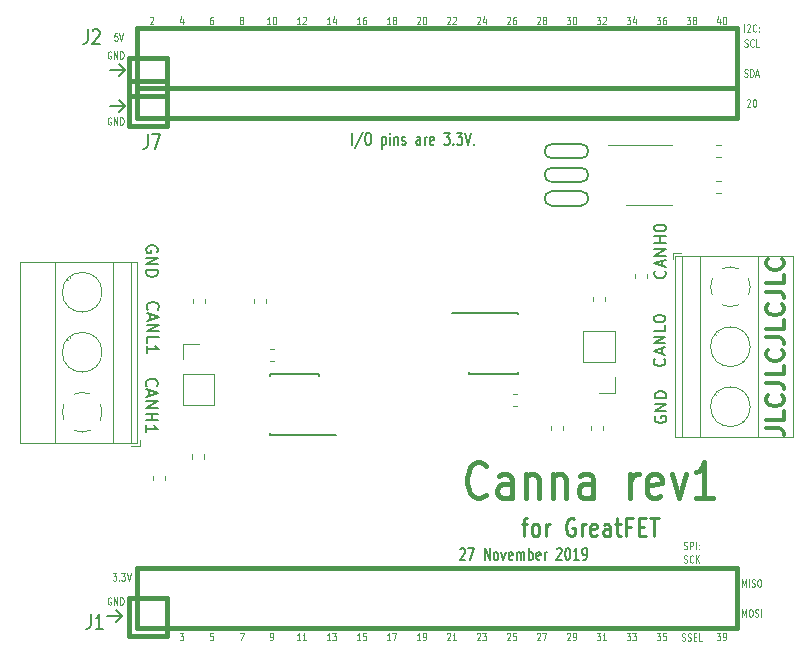
<source format=gto>
G04 #@! TF.GenerationSoftware,KiCad,Pcbnew,(5.1.0)-1*
G04 #@! TF.CreationDate,2019-12-04T19:58:05+01:00*
G04 #@! TF.ProjectId,Canna,43616e6e-612e-46b6-9963-61645f706362,1*
G04 #@! TF.SameCoordinates,Original*
G04 #@! TF.FileFunction,Legend,Top*
G04 #@! TF.FilePolarity,Positive*
%FSLAX46Y46*%
G04 Gerber Fmt 4.6, Leading zero omitted, Abs format (unit mm)*
G04 Created by KiCad (PCBNEW (5.1.0)-1) date 2019-12-04 19:58:05*
%MOMM*%
%LPD*%
G04 APERTURE LIST*
%ADD10C,0.150000*%
%ADD11C,0.300000*%
%ADD12C,0.228600*%
%ADD13C,0.152400*%
%ADD14C,0.203200*%
%ADD15C,0.101600*%
%ADD16C,0.457200*%
%ADD17C,0.120000*%
%ADD18C,0.381000*%
G04 APERTURE END LIST*
D10*
X165337142Y-97813809D02*
X165384761Y-97861428D01*
X165432380Y-98004285D01*
X165432380Y-98099523D01*
X165384761Y-98242380D01*
X165289523Y-98337619D01*
X165194285Y-98385238D01*
X165003809Y-98432857D01*
X164860952Y-98432857D01*
X164670476Y-98385238D01*
X164575238Y-98337619D01*
X164480000Y-98242380D01*
X164432380Y-98099523D01*
X164432380Y-98004285D01*
X164480000Y-97861428D01*
X164527619Y-97813809D01*
X165146666Y-97432857D02*
X165146666Y-96956666D01*
X165432380Y-97528095D02*
X164432380Y-97194761D01*
X165432380Y-96861428D01*
X165432380Y-96528095D02*
X164432380Y-96528095D01*
X165432380Y-95956666D01*
X164432380Y-95956666D01*
X165432380Y-95004285D02*
X165432380Y-95480476D01*
X164432380Y-95480476D01*
X164432380Y-94480476D02*
X164432380Y-94385238D01*
X164480000Y-94290000D01*
X164527619Y-94242380D01*
X164622857Y-94194761D01*
X164813333Y-94147142D01*
X165051428Y-94147142D01*
X165241904Y-94194761D01*
X165337142Y-94242380D01*
X165384761Y-94290000D01*
X165432380Y-94385238D01*
X165432380Y-94480476D01*
X165384761Y-94575714D01*
X165337142Y-94623333D01*
X165241904Y-94670952D01*
X165051428Y-94718571D01*
X164813333Y-94718571D01*
X164622857Y-94670952D01*
X164527619Y-94623333D01*
X164480000Y-94575714D01*
X164432380Y-94480476D01*
X164560000Y-102681904D02*
X164512380Y-102777142D01*
X164512380Y-102920000D01*
X164560000Y-103062857D01*
X164655238Y-103158095D01*
X164750476Y-103205714D01*
X164940952Y-103253333D01*
X165083809Y-103253333D01*
X165274285Y-103205714D01*
X165369523Y-103158095D01*
X165464761Y-103062857D01*
X165512380Y-102920000D01*
X165512380Y-102824761D01*
X165464761Y-102681904D01*
X165417142Y-102634285D01*
X165083809Y-102634285D01*
X165083809Y-102824761D01*
X165512380Y-102205714D02*
X164512380Y-102205714D01*
X165512380Y-101634285D01*
X164512380Y-101634285D01*
X165512380Y-101158095D02*
X164512380Y-101158095D01*
X164512380Y-100920000D01*
X164560000Y-100777142D01*
X164655238Y-100681904D01*
X164750476Y-100634285D01*
X164940952Y-100586666D01*
X165083809Y-100586666D01*
X165274285Y-100634285D01*
X165369523Y-100681904D01*
X165464761Y-100777142D01*
X165512380Y-100920000D01*
X165512380Y-101158095D01*
X165367142Y-90372857D02*
X165414761Y-90420476D01*
X165462380Y-90563333D01*
X165462380Y-90658571D01*
X165414761Y-90801428D01*
X165319523Y-90896666D01*
X165224285Y-90944285D01*
X165033809Y-90991904D01*
X164890952Y-90991904D01*
X164700476Y-90944285D01*
X164605238Y-90896666D01*
X164510000Y-90801428D01*
X164462380Y-90658571D01*
X164462380Y-90563333D01*
X164510000Y-90420476D01*
X164557619Y-90372857D01*
X165176666Y-89991904D02*
X165176666Y-89515714D01*
X165462380Y-90087142D02*
X164462380Y-89753809D01*
X165462380Y-89420476D01*
X165462380Y-89087142D02*
X164462380Y-89087142D01*
X165462380Y-88515714D01*
X164462380Y-88515714D01*
X165462380Y-88039523D02*
X164462380Y-88039523D01*
X164938571Y-88039523D02*
X164938571Y-87468095D01*
X165462380Y-87468095D02*
X164462380Y-87468095D01*
X164462380Y-86801428D02*
X164462380Y-86706190D01*
X164510000Y-86610952D01*
X164557619Y-86563333D01*
X164652857Y-86515714D01*
X164843333Y-86468095D01*
X165081428Y-86468095D01*
X165271904Y-86515714D01*
X165367142Y-86563333D01*
X165414761Y-86610952D01*
X165462380Y-86706190D01*
X165462380Y-86801428D01*
X165414761Y-86896666D01*
X165367142Y-86944285D01*
X165271904Y-86991904D01*
X165081428Y-87039523D01*
X164843333Y-87039523D01*
X164652857Y-86991904D01*
X164557619Y-86944285D01*
X164510000Y-86896666D01*
X164462380Y-86801428D01*
X121532857Y-100137142D02*
X121485238Y-100089523D01*
X121437619Y-99946666D01*
X121437619Y-99851428D01*
X121485238Y-99708571D01*
X121580476Y-99613333D01*
X121675714Y-99565714D01*
X121866190Y-99518095D01*
X122009047Y-99518095D01*
X122199523Y-99565714D01*
X122294761Y-99613333D01*
X122390000Y-99708571D01*
X122437619Y-99851428D01*
X122437619Y-99946666D01*
X122390000Y-100089523D01*
X122342380Y-100137142D01*
X121723333Y-100518095D02*
X121723333Y-100994285D01*
X121437619Y-100422857D02*
X122437619Y-100756190D01*
X121437619Y-101089523D01*
X121437619Y-101422857D02*
X122437619Y-101422857D01*
X121437619Y-101994285D01*
X122437619Y-101994285D01*
X121437619Y-102470476D02*
X122437619Y-102470476D01*
X121961428Y-102470476D02*
X121961428Y-103041904D01*
X121437619Y-103041904D02*
X122437619Y-103041904D01*
X121437619Y-104041904D02*
X121437619Y-103470476D01*
X121437619Y-103756190D02*
X122437619Y-103756190D01*
X122294761Y-103660952D01*
X122199523Y-103565714D01*
X122151904Y-103470476D01*
X121622857Y-93656190D02*
X121575238Y-93608571D01*
X121527619Y-93465714D01*
X121527619Y-93370476D01*
X121575238Y-93227619D01*
X121670476Y-93132380D01*
X121765714Y-93084761D01*
X121956190Y-93037142D01*
X122099047Y-93037142D01*
X122289523Y-93084761D01*
X122384761Y-93132380D01*
X122480000Y-93227619D01*
X122527619Y-93370476D01*
X122527619Y-93465714D01*
X122480000Y-93608571D01*
X122432380Y-93656190D01*
X121813333Y-94037142D02*
X121813333Y-94513333D01*
X121527619Y-93941904D02*
X122527619Y-94275238D01*
X121527619Y-94608571D01*
X121527619Y-94941904D02*
X122527619Y-94941904D01*
X121527619Y-95513333D01*
X122527619Y-95513333D01*
X121527619Y-96465714D02*
X121527619Y-95989523D01*
X122527619Y-95989523D01*
X121527619Y-97322857D02*
X121527619Y-96751428D01*
X121527619Y-97037142D02*
X122527619Y-97037142D01*
X122384761Y-96941904D01*
X122289523Y-96846666D01*
X122241904Y-96751428D01*
X122400000Y-88788095D02*
X122447619Y-88692857D01*
X122447619Y-88550000D01*
X122400000Y-88407142D01*
X122304761Y-88311904D01*
X122209523Y-88264285D01*
X122019047Y-88216666D01*
X121876190Y-88216666D01*
X121685714Y-88264285D01*
X121590476Y-88311904D01*
X121495238Y-88407142D01*
X121447619Y-88550000D01*
X121447619Y-88645238D01*
X121495238Y-88788095D01*
X121542857Y-88835714D01*
X121876190Y-88835714D01*
X121876190Y-88645238D01*
X121447619Y-89264285D02*
X122447619Y-89264285D01*
X121447619Y-89835714D01*
X122447619Y-89835714D01*
X121447619Y-90311904D02*
X122447619Y-90311904D01*
X122447619Y-90550000D01*
X122400000Y-90692857D01*
X122304761Y-90788095D01*
X122209523Y-90835714D01*
X122019047Y-90883333D01*
X121876190Y-90883333D01*
X121685714Y-90835714D01*
X121590476Y-90788095D01*
X121495238Y-90692857D01*
X121447619Y-90550000D01*
X121447619Y-90311904D01*
D11*
X173958571Y-103708571D02*
X175030000Y-103708571D01*
X175244285Y-103780000D01*
X175387142Y-103922857D01*
X175458571Y-104137142D01*
X175458571Y-104280000D01*
X175458571Y-102280000D02*
X175458571Y-102994285D01*
X173958571Y-102994285D01*
X175315714Y-100922857D02*
X175387142Y-100994285D01*
X175458571Y-101208571D01*
X175458571Y-101351428D01*
X175387142Y-101565714D01*
X175244285Y-101708571D01*
X175101428Y-101780000D01*
X174815714Y-101851428D01*
X174601428Y-101851428D01*
X174315714Y-101780000D01*
X174172857Y-101708571D01*
X174030000Y-101565714D01*
X173958571Y-101351428D01*
X173958571Y-101208571D01*
X174030000Y-100994285D01*
X174101428Y-100922857D01*
X173958571Y-99851428D02*
X175030000Y-99851428D01*
X175244285Y-99922857D01*
X175387142Y-100065714D01*
X175458571Y-100280000D01*
X175458571Y-100422857D01*
X175458571Y-98422857D02*
X175458571Y-99137142D01*
X173958571Y-99137142D01*
X175315714Y-97065714D02*
X175387142Y-97137142D01*
X175458571Y-97351428D01*
X175458571Y-97494285D01*
X175387142Y-97708571D01*
X175244285Y-97851428D01*
X175101428Y-97922857D01*
X174815714Y-97994285D01*
X174601428Y-97994285D01*
X174315714Y-97922857D01*
X174172857Y-97851428D01*
X174030000Y-97708571D01*
X173958571Y-97494285D01*
X173958571Y-97351428D01*
X174030000Y-97137142D01*
X174101428Y-97065714D01*
X173958571Y-95994285D02*
X175030000Y-95994285D01*
X175244285Y-96065714D01*
X175387142Y-96208571D01*
X175458571Y-96422857D01*
X175458571Y-96565714D01*
X175458571Y-94565714D02*
X175458571Y-95280000D01*
X173958571Y-95280000D01*
X175315714Y-93208571D02*
X175387142Y-93280000D01*
X175458571Y-93494285D01*
X175458571Y-93637142D01*
X175387142Y-93851428D01*
X175244285Y-93994285D01*
X175101428Y-94065714D01*
X174815714Y-94137142D01*
X174601428Y-94137142D01*
X174315714Y-94065714D01*
X174172857Y-93994285D01*
X174030000Y-93851428D01*
X173958571Y-93637142D01*
X173958571Y-93494285D01*
X174030000Y-93280000D01*
X174101428Y-93208571D01*
X173958571Y-92137142D02*
X175030000Y-92137142D01*
X175244285Y-92208571D01*
X175387142Y-92351428D01*
X175458571Y-92565714D01*
X175458571Y-92708571D01*
X175458571Y-90708571D02*
X175458571Y-91422857D01*
X173958571Y-91422857D01*
X175315714Y-89351428D02*
X175387142Y-89422857D01*
X175458571Y-89637142D01*
X175458571Y-89780000D01*
X175387142Y-89994285D01*
X175244285Y-90137142D01*
X175101428Y-90208571D01*
X174815714Y-90280000D01*
X174601428Y-90280000D01*
X174315714Y-90208571D01*
X174172857Y-90137142D01*
X174030000Y-89994285D01*
X173958571Y-89780000D01*
X173958571Y-89637142D01*
X174030000Y-89422857D01*
X174101428Y-89351428D01*
D12*
X153244285Y-111823428D02*
X153728095Y-111823428D01*
X153425714Y-112839428D02*
X153425714Y-111533142D01*
X153486190Y-111388000D01*
X153607142Y-111315428D01*
X153728095Y-111315428D01*
X154332857Y-112839428D02*
X154211904Y-112766857D01*
X154151428Y-112694285D01*
X154090952Y-112549142D01*
X154090952Y-112113714D01*
X154151428Y-111968571D01*
X154211904Y-111896000D01*
X154332857Y-111823428D01*
X154514285Y-111823428D01*
X154635238Y-111896000D01*
X154695714Y-111968571D01*
X154756190Y-112113714D01*
X154756190Y-112549142D01*
X154695714Y-112694285D01*
X154635238Y-112766857D01*
X154514285Y-112839428D01*
X154332857Y-112839428D01*
X155300476Y-112839428D02*
X155300476Y-111823428D01*
X155300476Y-112113714D02*
X155360952Y-111968571D01*
X155421428Y-111896000D01*
X155542380Y-111823428D01*
X155663333Y-111823428D01*
X157719523Y-111388000D02*
X157598571Y-111315428D01*
X157417142Y-111315428D01*
X157235714Y-111388000D01*
X157114761Y-111533142D01*
X157054285Y-111678285D01*
X156993809Y-111968571D01*
X156993809Y-112186285D01*
X157054285Y-112476571D01*
X157114761Y-112621714D01*
X157235714Y-112766857D01*
X157417142Y-112839428D01*
X157538095Y-112839428D01*
X157719523Y-112766857D01*
X157780000Y-112694285D01*
X157780000Y-112186285D01*
X157538095Y-112186285D01*
X158324285Y-112839428D02*
X158324285Y-111823428D01*
X158324285Y-112113714D02*
X158384761Y-111968571D01*
X158445238Y-111896000D01*
X158566190Y-111823428D01*
X158687142Y-111823428D01*
X159594285Y-112766857D02*
X159473333Y-112839428D01*
X159231428Y-112839428D01*
X159110476Y-112766857D01*
X159050000Y-112621714D01*
X159050000Y-112041142D01*
X159110476Y-111896000D01*
X159231428Y-111823428D01*
X159473333Y-111823428D01*
X159594285Y-111896000D01*
X159654761Y-112041142D01*
X159654761Y-112186285D01*
X159050000Y-112331428D01*
X160743333Y-112839428D02*
X160743333Y-112041142D01*
X160682857Y-111896000D01*
X160561904Y-111823428D01*
X160320000Y-111823428D01*
X160199047Y-111896000D01*
X160743333Y-112766857D02*
X160622380Y-112839428D01*
X160320000Y-112839428D01*
X160199047Y-112766857D01*
X160138571Y-112621714D01*
X160138571Y-112476571D01*
X160199047Y-112331428D01*
X160320000Y-112258857D01*
X160622380Y-112258857D01*
X160743333Y-112186285D01*
X161166666Y-111823428D02*
X161650476Y-111823428D01*
X161348095Y-111315428D02*
X161348095Y-112621714D01*
X161408571Y-112766857D01*
X161529523Y-112839428D01*
X161650476Y-112839428D01*
X162497142Y-112041142D02*
X162073809Y-112041142D01*
X162073809Y-112839428D02*
X162073809Y-111315428D01*
X162678571Y-111315428D01*
X163162380Y-112041142D02*
X163585714Y-112041142D01*
X163767142Y-112839428D02*
X163162380Y-112839428D01*
X163162380Y-111315428D01*
X163767142Y-111315428D01*
X164130000Y-111315428D02*
X164855714Y-111315428D01*
X164492857Y-112839428D02*
X164492857Y-111315428D01*
D13*
X148052971Y-113941980D02*
X148089257Y-113893600D01*
X148161828Y-113845219D01*
X148343257Y-113845219D01*
X148415828Y-113893600D01*
X148452114Y-113941980D01*
X148488400Y-114038742D01*
X148488400Y-114135504D01*
X148452114Y-114280647D01*
X148016685Y-114861219D01*
X148488400Y-114861219D01*
X148742400Y-113845219D02*
X149250400Y-113845219D01*
X148923828Y-114861219D01*
X150121257Y-114861219D02*
X150121257Y-113845219D01*
X150556685Y-114861219D01*
X150556685Y-113845219D01*
X151028400Y-114861219D02*
X150955828Y-114812838D01*
X150919542Y-114764457D01*
X150883257Y-114667695D01*
X150883257Y-114377409D01*
X150919542Y-114280647D01*
X150955828Y-114232266D01*
X151028400Y-114183885D01*
X151137257Y-114183885D01*
X151209828Y-114232266D01*
X151246114Y-114280647D01*
X151282400Y-114377409D01*
X151282400Y-114667695D01*
X151246114Y-114764457D01*
X151209828Y-114812838D01*
X151137257Y-114861219D01*
X151028400Y-114861219D01*
X151536400Y-114183885D02*
X151717828Y-114861219D01*
X151899257Y-114183885D01*
X152479828Y-114812838D02*
X152407257Y-114861219D01*
X152262114Y-114861219D01*
X152189542Y-114812838D01*
X152153257Y-114716076D01*
X152153257Y-114329028D01*
X152189542Y-114232266D01*
X152262114Y-114183885D01*
X152407257Y-114183885D01*
X152479828Y-114232266D01*
X152516114Y-114329028D01*
X152516114Y-114425790D01*
X152153257Y-114522552D01*
X152842685Y-114861219D02*
X152842685Y-114183885D01*
X152842685Y-114280647D02*
X152878971Y-114232266D01*
X152951542Y-114183885D01*
X153060400Y-114183885D01*
X153132971Y-114232266D01*
X153169257Y-114329028D01*
X153169257Y-114861219D01*
X153169257Y-114329028D02*
X153205542Y-114232266D01*
X153278114Y-114183885D01*
X153386971Y-114183885D01*
X153459542Y-114232266D01*
X153495828Y-114329028D01*
X153495828Y-114861219D01*
X153858685Y-114861219D02*
X153858685Y-113845219D01*
X153858685Y-114232266D02*
X153931257Y-114183885D01*
X154076400Y-114183885D01*
X154148971Y-114232266D01*
X154185257Y-114280647D01*
X154221542Y-114377409D01*
X154221542Y-114667695D01*
X154185257Y-114764457D01*
X154148971Y-114812838D01*
X154076400Y-114861219D01*
X153931257Y-114861219D01*
X153858685Y-114812838D01*
X154838400Y-114812838D02*
X154765828Y-114861219D01*
X154620685Y-114861219D01*
X154548114Y-114812838D01*
X154511828Y-114716076D01*
X154511828Y-114329028D01*
X154548114Y-114232266D01*
X154620685Y-114183885D01*
X154765828Y-114183885D01*
X154838400Y-114232266D01*
X154874685Y-114329028D01*
X154874685Y-114425790D01*
X154511828Y-114522552D01*
X155201257Y-114861219D02*
X155201257Y-114183885D01*
X155201257Y-114377409D02*
X155237542Y-114280647D01*
X155273828Y-114232266D01*
X155346400Y-114183885D01*
X155418971Y-114183885D01*
X156217257Y-113941980D02*
X156253542Y-113893600D01*
X156326114Y-113845219D01*
X156507542Y-113845219D01*
X156580114Y-113893600D01*
X156616400Y-113941980D01*
X156652685Y-114038742D01*
X156652685Y-114135504D01*
X156616400Y-114280647D01*
X156180971Y-114861219D01*
X156652685Y-114861219D01*
X157124400Y-113845219D02*
X157196971Y-113845219D01*
X157269542Y-113893600D01*
X157305828Y-113941980D01*
X157342114Y-114038742D01*
X157378400Y-114232266D01*
X157378400Y-114474171D01*
X157342114Y-114667695D01*
X157305828Y-114764457D01*
X157269542Y-114812838D01*
X157196971Y-114861219D01*
X157124400Y-114861219D01*
X157051828Y-114812838D01*
X157015542Y-114764457D01*
X156979257Y-114667695D01*
X156942971Y-114474171D01*
X156942971Y-114232266D01*
X156979257Y-114038742D01*
X157015542Y-113941980D01*
X157051828Y-113893600D01*
X157124400Y-113845219D01*
X158104114Y-114861219D02*
X157668685Y-114861219D01*
X157886400Y-114861219D02*
X157886400Y-113845219D01*
X157813828Y-113990361D01*
X157741257Y-114087123D01*
X157668685Y-114135504D01*
X158466971Y-114861219D02*
X158612114Y-114861219D01*
X158684685Y-114812838D01*
X158720971Y-114764457D01*
X158793542Y-114619314D01*
X158829828Y-114425790D01*
X158829828Y-114038742D01*
X158793542Y-113941980D01*
X158757257Y-113893600D01*
X158684685Y-113845219D01*
X158539542Y-113845219D01*
X158466971Y-113893600D01*
X158430685Y-113941980D01*
X158394400Y-114038742D01*
X158394400Y-114280647D01*
X158430685Y-114377409D01*
X158466971Y-114425790D01*
X158539542Y-114474171D01*
X158684685Y-114474171D01*
X158757257Y-114425790D01*
X158793542Y-114377409D01*
X158829828Y-114280647D01*
D14*
X116755333Y-119446523D02*
X116755333Y-120353666D01*
X116706952Y-120535095D01*
X116610190Y-120656047D01*
X116465047Y-120716523D01*
X116368285Y-120716523D01*
X117771333Y-120716523D02*
X117190761Y-120716523D01*
X117481047Y-120716523D02*
X117481047Y-119446523D01*
X117384285Y-119627952D01*
X117287523Y-119748904D01*
X117190761Y-119809380D01*
D15*
X172332952Y-75912738D02*
X172357142Y-75882500D01*
X172405523Y-75852261D01*
X172526476Y-75852261D01*
X172574857Y-75882500D01*
X172599047Y-75912738D01*
X172623238Y-75973214D01*
X172623238Y-76033690D01*
X172599047Y-76124404D01*
X172308761Y-76487261D01*
X172623238Y-76487261D01*
X172937714Y-75852261D02*
X172986095Y-75852261D01*
X173034476Y-75882500D01*
X173058666Y-75912738D01*
X173082857Y-75973214D01*
X173107047Y-76094166D01*
X173107047Y-76245357D01*
X173082857Y-76366309D01*
X173058666Y-76426785D01*
X173034476Y-76457023D01*
X172986095Y-76487261D01*
X172937714Y-76487261D01*
X172889333Y-76457023D01*
X172865142Y-76426785D01*
X172840952Y-76366309D01*
X172816761Y-76245357D01*
X172816761Y-76094166D01*
X172840952Y-75973214D01*
X172865142Y-75912738D01*
X172889333Y-75882500D01*
X172937714Y-75852261D01*
X170034857Y-69078928D02*
X170034857Y-69502261D01*
X169913904Y-68837023D02*
X169792952Y-69290595D01*
X170107428Y-69290595D01*
X170397714Y-68867261D02*
X170446095Y-68867261D01*
X170494476Y-68897500D01*
X170518666Y-68927738D01*
X170542857Y-68988214D01*
X170567047Y-69109166D01*
X170567047Y-69260357D01*
X170542857Y-69381309D01*
X170518666Y-69441785D01*
X170494476Y-69472023D01*
X170446095Y-69502261D01*
X170397714Y-69502261D01*
X170349333Y-69472023D01*
X170325142Y-69441785D01*
X170300952Y-69381309D01*
X170276761Y-69260357D01*
X170276761Y-69109166D01*
X170300952Y-68988214D01*
X170325142Y-68927738D01*
X170349333Y-68897500D01*
X170397714Y-68867261D01*
X167228761Y-68867261D02*
X167543238Y-68867261D01*
X167373904Y-69109166D01*
X167446476Y-69109166D01*
X167494857Y-69139404D01*
X167519047Y-69169642D01*
X167543238Y-69230119D01*
X167543238Y-69381309D01*
X167519047Y-69441785D01*
X167494857Y-69472023D01*
X167446476Y-69502261D01*
X167301333Y-69502261D01*
X167252952Y-69472023D01*
X167228761Y-69441785D01*
X167833523Y-69139404D02*
X167785142Y-69109166D01*
X167760952Y-69078928D01*
X167736761Y-69018452D01*
X167736761Y-68988214D01*
X167760952Y-68927738D01*
X167785142Y-68897500D01*
X167833523Y-68867261D01*
X167930285Y-68867261D01*
X167978666Y-68897500D01*
X168002857Y-68927738D01*
X168027047Y-68988214D01*
X168027047Y-69018452D01*
X168002857Y-69078928D01*
X167978666Y-69109166D01*
X167930285Y-69139404D01*
X167833523Y-69139404D01*
X167785142Y-69169642D01*
X167760952Y-69199880D01*
X167736761Y-69260357D01*
X167736761Y-69381309D01*
X167760952Y-69441785D01*
X167785142Y-69472023D01*
X167833523Y-69502261D01*
X167930285Y-69502261D01*
X167978666Y-69472023D01*
X168002857Y-69441785D01*
X168027047Y-69381309D01*
X168027047Y-69260357D01*
X168002857Y-69199880D01*
X167978666Y-69169642D01*
X167930285Y-69139404D01*
X164688761Y-68867261D02*
X165003238Y-68867261D01*
X164833904Y-69109166D01*
X164906476Y-69109166D01*
X164954857Y-69139404D01*
X164979047Y-69169642D01*
X165003238Y-69230119D01*
X165003238Y-69381309D01*
X164979047Y-69441785D01*
X164954857Y-69472023D01*
X164906476Y-69502261D01*
X164761333Y-69502261D01*
X164712952Y-69472023D01*
X164688761Y-69441785D01*
X165438666Y-68867261D02*
X165341904Y-68867261D01*
X165293523Y-68897500D01*
X165269333Y-68927738D01*
X165220952Y-69018452D01*
X165196761Y-69139404D01*
X165196761Y-69381309D01*
X165220952Y-69441785D01*
X165245142Y-69472023D01*
X165293523Y-69502261D01*
X165390285Y-69502261D01*
X165438666Y-69472023D01*
X165462857Y-69441785D01*
X165487047Y-69381309D01*
X165487047Y-69230119D01*
X165462857Y-69169642D01*
X165438666Y-69139404D01*
X165390285Y-69109166D01*
X165293523Y-69109166D01*
X165245142Y-69139404D01*
X165220952Y-69169642D01*
X165196761Y-69230119D01*
X162148761Y-68867261D02*
X162463238Y-68867261D01*
X162293904Y-69109166D01*
X162366476Y-69109166D01*
X162414857Y-69139404D01*
X162439047Y-69169642D01*
X162463238Y-69230119D01*
X162463238Y-69381309D01*
X162439047Y-69441785D01*
X162414857Y-69472023D01*
X162366476Y-69502261D01*
X162221333Y-69502261D01*
X162172952Y-69472023D01*
X162148761Y-69441785D01*
X162898666Y-69078928D02*
X162898666Y-69502261D01*
X162777714Y-68837023D02*
X162656761Y-69290595D01*
X162971238Y-69290595D01*
X159608761Y-68867261D02*
X159923238Y-68867261D01*
X159753904Y-69109166D01*
X159826476Y-69109166D01*
X159874857Y-69139404D01*
X159899047Y-69169642D01*
X159923238Y-69230119D01*
X159923238Y-69381309D01*
X159899047Y-69441785D01*
X159874857Y-69472023D01*
X159826476Y-69502261D01*
X159681333Y-69502261D01*
X159632952Y-69472023D01*
X159608761Y-69441785D01*
X160116761Y-68927738D02*
X160140952Y-68897500D01*
X160189333Y-68867261D01*
X160310285Y-68867261D01*
X160358666Y-68897500D01*
X160382857Y-68927738D01*
X160407047Y-68988214D01*
X160407047Y-69048690D01*
X160382857Y-69139404D01*
X160092571Y-69502261D01*
X160407047Y-69502261D01*
X157068761Y-68867261D02*
X157383238Y-68867261D01*
X157213904Y-69109166D01*
X157286476Y-69109166D01*
X157334857Y-69139404D01*
X157359047Y-69169642D01*
X157383238Y-69230119D01*
X157383238Y-69381309D01*
X157359047Y-69441785D01*
X157334857Y-69472023D01*
X157286476Y-69502261D01*
X157141333Y-69502261D01*
X157092952Y-69472023D01*
X157068761Y-69441785D01*
X157697714Y-68867261D02*
X157746095Y-68867261D01*
X157794476Y-68897500D01*
X157818666Y-68927738D01*
X157842857Y-68988214D01*
X157867047Y-69109166D01*
X157867047Y-69260357D01*
X157842857Y-69381309D01*
X157818666Y-69441785D01*
X157794476Y-69472023D01*
X157746095Y-69502261D01*
X157697714Y-69502261D01*
X157649333Y-69472023D01*
X157625142Y-69441785D01*
X157600952Y-69381309D01*
X157576761Y-69260357D01*
X157576761Y-69109166D01*
X157600952Y-68988214D01*
X157625142Y-68927738D01*
X157649333Y-68897500D01*
X157697714Y-68867261D01*
X154552952Y-68927738D02*
X154577142Y-68897500D01*
X154625523Y-68867261D01*
X154746476Y-68867261D01*
X154794857Y-68897500D01*
X154819047Y-68927738D01*
X154843238Y-68988214D01*
X154843238Y-69048690D01*
X154819047Y-69139404D01*
X154528761Y-69502261D01*
X154843238Y-69502261D01*
X155133523Y-69139404D02*
X155085142Y-69109166D01*
X155060952Y-69078928D01*
X155036761Y-69018452D01*
X155036761Y-68988214D01*
X155060952Y-68927738D01*
X155085142Y-68897500D01*
X155133523Y-68867261D01*
X155230285Y-68867261D01*
X155278666Y-68897500D01*
X155302857Y-68927738D01*
X155327047Y-68988214D01*
X155327047Y-69018452D01*
X155302857Y-69078928D01*
X155278666Y-69109166D01*
X155230285Y-69139404D01*
X155133523Y-69139404D01*
X155085142Y-69169642D01*
X155060952Y-69199880D01*
X155036761Y-69260357D01*
X155036761Y-69381309D01*
X155060952Y-69441785D01*
X155085142Y-69472023D01*
X155133523Y-69502261D01*
X155230285Y-69502261D01*
X155278666Y-69472023D01*
X155302857Y-69441785D01*
X155327047Y-69381309D01*
X155327047Y-69260357D01*
X155302857Y-69199880D01*
X155278666Y-69169642D01*
X155230285Y-69139404D01*
X152012952Y-68927738D02*
X152037142Y-68897500D01*
X152085523Y-68867261D01*
X152206476Y-68867261D01*
X152254857Y-68897500D01*
X152279047Y-68927738D01*
X152303238Y-68988214D01*
X152303238Y-69048690D01*
X152279047Y-69139404D01*
X151988761Y-69502261D01*
X152303238Y-69502261D01*
X152738666Y-68867261D02*
X152641904Y-68867261D01*
X152593523Y-68897500D01*
X152569333Y-68927738D01*
X152520952Y-69018452D01*
X152496761Y-69139404D01*
X152496761Y-69381309D01*
X152520952Y-69441785D01*
X152545142Y-69472023D01*
X152593523Y-69502261D01*
X152690285Y-69502261D01*
X152738666Y-69472023D01*
X152762857Y-69441785D01*
X152787047Y-69381309D01*
X152787047Y-69230119D01*
X152762857Y-69169642D01*
X152738666Y-69139404D01*
X152690285Y-69109166D01*
X152593523Y-69109166D01*
X152545142Y-69139404D01*
X152520952Y-69169642D01*
X152496761Y-69230119D01*
X149472952Y-68927738D02*
X149497142Y-68897500D01*
X149545523Y-68867261D01*
X149666476Y-68867261D01*
X149714857Y-68897500D01*
X149739047Y-68927738D01*
X149763238Y-68988214D01*
X149763238Y-69048690D01*
X149739047Y-69139404D01*
X149448761Y-69502261D01*
X149763238Y-69502261D01*
X150198666Y-69078928D02*
X150198666Y-69502261D01*
X150077714Y-68837023D02*
X149956761Y-69290595D01*
X150271238Y-69290595D01*
X146932952Y-68927738D02*
X146957142Y-68897500D01*
X147005523Y-68867261D01*
X147126476Y-68867261D01*
X147174857Y-68897500D01*
X147199047Y-68927738D01*
X147223238Y-68988214D01*
X147223238Y-69048690D01*
X147199047Y-69139404D01*
X146908761Y-69502261D01*
X147223238Y-69502261D01*
X147416761Y-68927738D02*
X147440952Y-68897500D01*
X147489333Y-68867261D01*
X147610285Y-68867261D01*
X147658666Y-68897500D01*
X147682857Y-68927738D01*
X147707047Y-68988214D01*
X147707047Y-69048690D01*
X147682857Y-69139404D01*
X147392571Y-69502261D01*
X147707047Y-69502261D01*
X144392952Y-68927738D02*
X144417142Y-68897500D01*
X144465523Y-68867261D01*
X144586476Y-68867261D01*
X144634857Y-68897500D01*
X144659047Y-68927738D01*
X144683238Y-68988214D01*
X144683238Y-69048690D01*
X144659047Y-69139404D01*
X144368761Y-69502261D01*
X144683238Y-69502261D01*
X144997714Y-68867261D02*
X145046095Y-68867261D01*
X145094476Y-68897500D01*
X145118666Y-68927738D01*
X145142857Y-68988214D01*
X145167047Y-69109166D01*
X145167047Y-69260357D01*
X145142857Y-69381309D01*
X145118666Y-69441785D01*
X145094476Y-69472023D01*
X145046095Y-69502261D01*
X144997714Y-69502261D01*
X144949333Y-69472023D01*
X144925142Y-69441785D01*
X144900952Y-69381309D01*
X144876761Y-69260357D01*
X144876761Y-69109166D01*
X144900952Y-68988214D01*
X144925142Y-68927738D01*
X144949333Y-68897500D01*
X144997714Y-68867261D01*
X142143238Y-69502261D02*
X141852952Y-69502261D01*
X141998095Y-69502261D02*
X141998095Y-68867261D01*
X141949714Y-68957976D01*
X141901333Y-69018452D01*
X141852952Y-69048690D01*
X142433523Y-69139404D02*
X142385142Y-69109166D01*
X142360952Y-69078928D01*
X142336761Y-69018452D01*
X142336761Y-68988214D01*
X142360952Y-68927738D01*
X142385142Y-68897500D01*
X142433523Y-68867261D01*
X142530285Y-68867261D01*
X142578666Y-68897500D01*
X142602857Y-68927738D01*
X142627047Y-68988214D01*
X142627047Y-69018452D01*
X142602857Y-69078928D01*
X142578666Y-69109166D01*
X142530285Y-69139404D01*
X142433523Y-69139404D01*
X142385142Y-69169642D01*
X142360952Y-69199880D01*
X142336761Y-69260357D01*
X142336761Y-69381309D01*
X142360952Y-69441785D01*
X142385142Y-69472023D01*
X142433523Y-69502261D01*
X142530285Y-69502261D01*
X142578666Y-69472023D01*
X142602857Y-69441785D01*
X142627047Y-69381309D01*
X142627047Y-69260357D01*
X142602857Y-69199880D01*
X142578666Y-69169642D01*
X142530285Y-69139404D01*
X139603238Y-69502261D02*
X139312952Y-69502261D01*
X139458095Y-69502261D02*
X139458095Y-68867261D01*
X139409714Y-68957976D01*
X139361333Y-69018452D01*
X139312952Y-69048690D01*
X140038666Y-68867261D02*
X139941904Y-68867261D01*
X139893523Y-68897500D01*
X139869333Y-68927738D01*
X139820952Y-69018452D01*
X139796761Y-69139404D01*
X139796761Y-69381309D01*
X139820952Y-69441785D01*
X139845142Y-69472023D01*
X139893523Y-69502261D01*
X139990285Y-69502261D01*
X140038666Y-69472023D01*
X140062857Y-69441785D01*
X140087047Y-69381309D01*
X140087047Y-69230119D01*
X140062857Y-69169642D01*
X140038666Y-69139404D01*
X139990285Y-69109166D01*
X139893523Y-69109166D01*
X139845142Y-69139404D01*
X139820952Y-69169642D01*
X139796761Y-69230119D01*
X137063238Y-69502261D02*
X136772952Y-69502261D01*
X136918095Y-69502261D02*
X136918095Y-68867261D01*
X136869714Y-68957976D01*
X136821333Y-69018452D01*
X136772952Y-69048690D01*
X137498666Y-69078928D02*
X137498666Y-69502261D01*
X137377714Y-68837023D02*
X137256761Y-69290595D01*
X137571238Y-69290595D01*
X134523238Y-69502261D02*
X134232952Y-69502261D01*
X134378095Y-69502261D02*
X134378095Y-68867261D01*
X134329714Y-68957976D01*
X134281333Y-69018452D01*
X134232952Y-69048690D01*
X134716761Y-68927738D02*
X134740952Y-68897500D01*
X134789333Y-68867261D01*
X134910285Y-68867261D01*
X134958666Y-68897500D01*
X134982857Y-68927738D01*
X135007047Y-68988214D01*
X135007047Y-69048690D01*
X134982857Y-69139404D01*
X134692571Y-69502261D01*
X135007047Y-69502261D01*
X131983238Y-69502261D02*
X131692952Y-69502261D01*
X131838095Y-69502261D02*
X131838095Y-68867261D01*
X131789714Y-68957976D01*
X131741333Y-69018452D01*
X131692952Y-69048690D01*
X132297714Y-68867261D02*
X132346095Y-68867261D01*
X132394476Y-68897500D01*
X132418666Y-68927738D01*
X132442857Y-68988214D01*
X132467047Y-69109166D01*
X132467047Y-69260357D01*
X132442857Y-69381309D01*
X132418666Y-69441785D01*
X132394476Y-69472023D01*
X132346095Y-69502261D01*
X132297714Y-69502261D01*
X132249333Y-69472023D01*
X132225142Y-69441785D01*
X132200952Y-69381309D01*
X132176761Y-69260357D01*
X132176761Y-69109166D01*
X132200952Y-68988214D01*
X132225142Y-68927738D01*
X132249333Y-68897500D01*
X132297714Y-68867261D01*
X129491619Y-69139404D02*
X129443238Y-69109166D01*
X129419047Y-69078928D01*
X129394857Y-69018452D01*
X129394857Y-68988214D01*
X129419047Y-68927738D01*
X129443238Y-68897500D01*
X129491619Y-68867261D01*
X129588380Y-68867261D01*
X129636761Y-68897500D01*
X129660952Y-68927738D01*
X129685142Y-68988214D01*
X129685142Y-69018452D01*
X129660952Y-69078928D01*
X129636761Y-69109166D01*
X129588380Y-69139404D01*
X129491619Y-69139404D01*
X129443238Y-69169642D01*
X129419047Y-69199880D01*
X129394857Y-69260357D01*
X129394857Y-69381309D01*
X129419047Y-69441785D01*
X129443238Y-69472023D01*
X129491619Y-69502261D01*
X129588380Y-69502261D01*
X129636761Y-69472023D01*
X129660952Y-69441785D01*
X129685142Y-69381309D01*
X129685142Y-69260357D01*
X129660952Y-69199880D01*
X129636761Y-69169642D01*
X129588380Y-69139404D01*
X127096761Y-68867261D02*
X127000000Y-68867261D01*
X126951619Y-68897500D01*
X126927428Y-68927738D01*
X126879047Y-69018452D01*
X126854857Y-69139404D01*
X126854857Y-69381309D01*
X126879047Y-69441785D01*
X126903238Y-69472023D01*
X126951619Y-69502261D01*
X127048380Y-69502261D01*
X127096761Y-69472023D01*
X127120952Y-69441785D01*
X127145142Y-69381309D01*
X127145142Y-69230119D01*
X127120952Y-69169642D01*
X127096761Y-69139404D01*
X127048380Y-69109166D01*
X126951619Y-69109166D01*
X126903238Y-69139404D01*
X126879047Y-69169642D01*
X126854857Y-69230119D01*
X124556761Y-69078928D02*
X124556761Y-69502261D01*
X124435809Y-68837023D02*
X124314857Y-69290595D01*
X124629333Y-69290595D01*
X121774857Y-68927738D02*
X121799047Y-68897500D01*
X121847428Y-68867261D01*
X121968380Y-68867261D01*
X122016761Y-68897500D01*
X122040952Y-68927738D01*
X122065142Y-68988214D01*
X122065142Y-69048690D01*
X122040952Y-69139404D01*
X121750666Y-69502261D01*
X122065142Y-69502261D01*
X169768761Y-121026161D02*
X170083238Y-121026161D01*
X169913904Y-121268066D01*
X169986476Y-121268066D01*
X170034857Y-121298304D01*
X170059047Y-121328542D01*
X170083238Y-121389019D01*
X170083238Y-121540209D01*
X170059047Y-121600685D01*
X170034857Y-121630923D01*
X169986476Y-121661161D01*
X169841333Y-121661161D01*
X169792952Y-121630923D01*
X169768761Y-121600685D01*
X170325142Y-121661161D02*
X170421904Y-121661161D01*
X170470285Y-121630923D01*
X170494476Y-121600685D01*
X170542857Y-121509971D01*
X170567047Y-121389019D01*
X170567047Y-121147114D01*
X170542857Y-121086638D01*
X170518666Y-121056400D01*
X170470285Y-121026161D01*
X170373523Y-121026161D01*
X170325142Y-121056400D01*
X170300952Y-121086638D01*
X170276761Y-121147114D01*
X170276761Y-121298304D01*
X170300952Y-121358780D01*
X170325142Y-121389019D01*
X170373523Y-121419257D01*
X170470285Y-121419257D01*
X170518666Y-121389019D01*
X170542857Y-121358780D01*
X170567047Y-121298304D01*
X164688761Y-121026161D02*
X165003238Y-121026161D01*
X164833904Y-121268066D01*
X164906476Y-121268066D01*
X164954857Y-121298304D01*
X164979047Y-121328542D01*
X165003238Y-121389019D01*
X165003238Y-121540209D01*
X164979047Y-121600685D01*
X164954857Y-121630923D01*
X164906476Y-121661161D01*
X164761333Y-121661161D01*
X164712952Y-121630923D01*
X164688761Y-121600685D01*
X165462857Y-121026161D02*
X165220952Y-121026161D01*
X165196761Y-121328542D01*
X165220952Y-121298304D01*
X165269333Y-121268066D01*
X165390285Y-121268066D01*
X165438666Y-121298304D01*
X165462857Y-121328542D01*
X165487047Y-121389019D01*
X165487047Y-121540209D01*
X165462857Y-121600685D01*
X165438666Y-121630923D01*
X165390285Y-121661161D01*
X165269333Y-121661161D01*
X165220952Y-121630923D01*
X165196761Y-121600685D01*
X162148761Y-121026161D02*
X162463238Y-121026161D01*
X162293904Y-121268066D01*
X162366476Y-121268066D01*
X162414857Y-121298304D01*
X162439047Y-121328542D01*
X162463238Y-121389019D01*
X162463238Y-121540209D01*
X162439047Y-121600685D01*
X162414857Y-121630923D01*
X162366476Y-121661161D01*
X162221333Y-121661161D01*
X162172952Y-121630923D01*
X162148761Y-121600685D01*
X162632571Y-121026161D02*
X162947047Y-121026161D01*
X162777714Y-121268066D01*
X162850285Y-121268066D01*
X162898666Y-121298304D01*
X162922857Y-121328542D01*
X162947047Y-121389019D01*
X162947047Y-121540209D01*
X162922857Y-121600685D01*
X162898666Y-121630923D01*
X162850285Y-121661161D01*
X162705142Y-121661161D01*
X162656761Y-121630923D01*
X162632571Y-121600685D01*
X159608761Y-121026161D02*
X159923238Y-121026161D01*
X159753904Y-121268066D01*
X159826476Y-121268066D01*
X159874857Y-121298304D01*
X159899047Y-121328542D01*
X159923238Y-121389019D01*
X159923238Y-121540209D01*
X159899047Y-121600685D01*
X159874857Y-121630923D01*
X159826476Y-121661161D01*
X159681333Y-121661161D01*
X159632952Y-121630923D01*
X159608761Y-121600685D01*
X160407047Y-121661161D02*
X160116761Y-121661161D01*
X160261904Y-121661161D02*
X160261904Y-121026161D01*
X160213523Y-121116876D01*
X160165142Y-121177352D01*
X160116761Y-121207590D01*
X157092952Y-121086638D02*
X157117142Y-121056400D01*
X157165523Y-121026161D01*
X157286476Y-121026161D01*
X157334857Y-121056400D01*
X157359047Y-121086638D01*
X157383238Y-121147114D01*
X157383238Y-121207590D01*
X157359047Y-121298304D01*
X157068761Y-121661161D01*
X157383238Y-121661161D01*
X157625142Y-121661161D02*
X157721904Y-121661161D01*
X157770285Y-121630923D01*
X157794476Y-121600685D01*
X157842857Y-121509971D01*
X157867047Y-121389019D01*
X157867047Y-121147114D01*
X157842857Y-121086638D01*
X157818666Y-121056400D01*
X157770285Y-121026161D01*
X157673523Y-121026161D01*
X157625142Y-121056400D01*
X157600952Y-121086638D01*
X157576761Y-121147114D01*
X157576761Y-121298304D01*
X157600952Y-121358780D01*
X157625142Y-121389019D01*
X157673523Y-121419257D01*
X157770285Y-121419257D01*
X157818666Y-121389019D01*
X157842857Y-121358780D01*
X157867047Y-121298304D01*
X154552952Y-121086638D02*
X154577142Y-121056400D01*
X154625523Y-121026161D01*
X154746476Y-121026161D01*
X154794857Y-121056400D01*
X154819047Y-121086638D01*
X154843238Y-121147114D01*
X154843238Y-121207590D01*
X154819047Y-121298304D01*
X154528761Y-121661161D01*
X154843238Y-121661161D01*
X155012571Y-121026161D02*
X155351238Y-121026161D01*
X155133523Y-121661161D01*
X152012952Y-121086638D02*
X152037142Y-121056400D01*
X152085523Y-121026161D01*
X152206476Y-121026161D01*
X152254857Y-121056400D01*
X152279047Y-121086638D01*
X152303238Y-121147114D01*
X152303238Y-121207590D01*
X152279047Y-121298304D01*
X151988761Y-121661161D01*
X152303238Y-121661161D01*
X152762857Y-121026161D02*
X152520952Y-121026161D01*
X152496761Y-121328542D01*
X152520952Y-121298304D01*
X152569333Y-121268066D01*
X152690285Y-121268066D01*
X152738666Y-121298304D01*
X152762857Y-121328542D01*
X152787047Y-121389019D01*
X152787047Y-121540209D01*
X152762857Y-121600685D01*
X152738666Y-121630923D01*
X152690285Y-121661161D01*
X152569333Y-121661161D01*
X152520952Y-121630923D01*
X152496761Y-121600685D01*
X149472952Y-121086638D02*
X149497142Y-121056400D01*
X149545523Y-121026161D01*
X149666476Y-121026161D01*
X149714857Y-121056400D01*
X149739047Y-121086638D01*
X149763238Y-121147114D01*
X149763238Y-121207590D01*
X149739047Y-121298304D01*
X149448761Y-121661161D01*
X149763238Y-121661161D01*
X149932571Y-121026161D02*
X150247047Y-121026161D01*
X150077714Y-121268066D01*
X150150285Y-121268066D01*
X150198666Y-121298304D01*
X150222857Y-121328542D01*
X150247047Y-121389019D01*
X150247047Y-121540209D01*
X150222857Y-121600685D01*
X150198666Y-121630923D01*
X150150285Y-121661161D01*
X150005142Y-121661161D01*
X149956761Y-121630923D01*
X149932571Y-121600685D01*
X146932952Y-121086638D02*
X146957142Y-121056400D01*
X147005523Y-121026161D01*
X147126476Y-121026161D01*
X147174857Y-121056400D01*
X147199047Y-121086638D01*
X147223238Y-121147114D01*
X147223238Y-121207590D01*
X147199047Y-121298304D01*
X146908761Y-121661161D01*
X147223238Y-121661161D01*
X147707047Y-121661161D02*
X147416761Y-121661161D01*
X147561904Y-121661161D02*
X147561904Y-121026161D01*
X147513523Y-121116876D01*
X147465142Y-121177352D01*
X147416761Y-121207590D01*
X144683238Y-121661161D02*
X144392952Y-121661161D01*
X144538095Y-121661161D02*
X144538095Y-121026161D01*
X144489714Y-121116876D01*
X144441333Y-121177352D01*
X144392952Y-121207590D01*
X144925142Y-121661161D02*
X145021904Y-121661161D01*
X145070285Y-121630923D01*
X145094476Y-121600685D01*
X145142857Y-121509971D01*
X145167047Y-121389019D01*
X145167047Y-121147114D01*
X145142857Y-121086638D01*
X145118666Y-121056400D01*
X145070285Y-121026161D01*
X144973523Y-121026161D01*
X144925142Y-121056400D01*
X144900952Y-121086638D01*
X144876761Y-121147114D01*
X144876761Y-121298304D01*
X144900952Y-121358780D01*
X144925142Y-121389019D01*
X144973523Y-121419257D01*
X145070285Y-121419257D01*
X145118666Y-121389019D01*
X145142857Y-121358780D01*
X145167047Y-121298304D01*
X142143238Y-121661161D02*
X141852952Y-121661161D01*
X141998095Y-121661161D02*
X141998095Y-121026161D01*
X141949714Y-121116876D01*
X141901333Y-121177352D01*
X141852952Y-121207590D01*
X142312571Y-121026161D02*
X142651238Y-121026161D01*
X142433523Y-121661161D01*
X139603238Y-121661161D02*
X139312952Y-121661161D01*
X139458095Y-121661161D02*
X139458095Y-121026161D01*
X139409714Y-121116876D01*
X139361333Y-121177352D01*
X139312952Y-121207590D01*
X140062857Y-121026161D02*
X139820952Y-121026161D01*
X139796761Y-121328542D01*
X139820952Y-121298304D01*
X139869333Y-121268066D01*
X139990285Y-121268066D01*
X140038666Y-121298304D01*
X140062857Y-121328542D01*
X140087047Y-121389019D01*
X140087047Y-121540209D01*
X140062857Y-121600685D01*
X140038666Y-121630923D01*
X139990285Y-121661161D01*
X139869333Y-121661161D01*
X139820952Y-121630923D01*
X139796761Y-121600685D01*
X137063238Y-121661161D02*
X136772952Y-121661161D01*
X136918095Y-121661161D02*
X136918095Y-121026161D01*
X136869714Y-121116876D01*
X136821333Y-121177352D01*
X136772952Y-121207590D01*
X137232571Y-121026161D02*
X137547047Y-121026161D01*
X137377714Y-121268066D01*
X137450285Y-121268066D01*
X137498666Y-121298304D01*
X137522857Y-121328542D01*
X137547047Y-121389019D01*
X137547047Y-121540209D01*
X137522857Y-121600685D01*
X137498666Y-121630923D01*
X137450285Y-121661161D01*
X137305142Y-121661161D01*
X137256761Y-121630923D01*
X137232571Y-121600685D01*
X134523238Y-121661161D02*
X134232952Y-121661161D01*
X134378095Y-121661161D02*
X134378095Y-121026161D01*
X134329714Y-121116876D01*
X134281333Y-121177352D01*
X134232952Y-121207590D01*
X135007047Y-121661161D02*
X134716761Y-121661161D01*
X134861904Y-121661161D02*
X134861904Y-121026161D01*
X134813523Y-121116876D01*
X134765142Y-121177352D01*
X134716761Y-121207590D01*
X131983238Y-121661161D02*
X132080000Y-121661161D01*
X132128380Y-121630923D01*
X132152571Y-121600685D01*
X132200952Y-121509971D01*
X132225142Y-121389019D01*
X132225142Y-121147114D01*
X132200952Y-121086638D01*
X132176761Y-121056400D01*
X132128380Y-121026161D01*
X132031619Y-121026161D01*
X131983238Y-121056400D01*
X131959047Y-121086638D01*
X131934857Y-121147114D01*
X131934857Y-121298304D01*
X131959047Y-121358780D01*
X131983238Y-121389019D01*
X132031619Y-121419257D01*
X132128380Y-121419257D01*
X132176761Y-121389019D01*
X132200952Y-121358780D01*
X132225142Y-121298304D01*
X129370666Y-121026161D02*
X129709333Y-121026161D01*
X129491619Y-121661161D01*
X127120952Y-121026161D02*
X126879047Y-121026161D01*
X126854857Y-121328542D01*
X126879047Y-121298304D01*
X126927428Y-121268066D01*
X127048380Y-121268066D01*
X127096761Y-121298304D01*
X127120952Y-121328542D01*
X127145142Y-121389019D01*
X127145142Y-121540209D01*
X127120952Y-121600685D01*
X127096761Y-121630923D01*
X127048380Y-121661161D01*
X126927428Y-121661161D01*
X126879047Y-121630923D01*
X126854857Y-121600685D01*
X124290666Y-121026161D02*
X124605142Y-121026161D01*
X124435809Y-121268066D01*
X124508380Y-121268066D01*
X124556761Y-121298304D01*
X124580952Y-121328542D01*
X124605142Y-121389019D01*
X124605142Y-121540209D01*
X124580952Y-121600685D01*
X124556761Y-121630923D01*
X124508380Y-121661161D01*
X124363238Y-121661161D01*
X124314857Y-121630923D01*
X124290666Y-121600685D01*
D13*
X138879285Y-79709619D02*
X138879285Y-78693619D01*
X139786428Y-78645238D02*
X139133285Y-79951523D01*
X140185571Y-78693619D02*
X140330714Y-78693619D01*
X140403285Y-78742000D01*
X140475857Y-78838761D01*
X140512142Y-79032285D01*
X140512142Y-79370952D01*
X140475857Y-79564476D01*
X140403285Y-79661238D01*
X140330714Y-79709619D01*
X140185571Y-79709619D01*
X140113000Y-79661238D01*
X140040428Y-79564476D01*
X140004142Y-79370952D01*
X140004142Y-79032285D01*
X140040428Y-78838761D01*
X140113000Y-78742000D01*
X140185571Y-78693619D01*
X141419285Y-79032285D02*
X141419285Y-80048285D01*
X141419285Y-79080666D02*
X141491857Y-79032285D01*
X141637000Y-79032285D01*
X141709571Y-79080666D01*
X141745857Y-79129047D01*
X141782142Y-79225809D01*
X141782142Y-79516095D01*
X141745857Y-79612857D01*
X141709571Y-79661238D01*
X141637000Y-79709619D01*
X141491857Y-79709619D01*
X141419285Y-79661238D01*
X142108714Y-79709619D02*
X142108714Y-79032285D01*
X142108714Y-78693619D02*
X142072428Y-78742000D01*
X142108714Y-78790380D01*
X142145000Y-78742000D01*
X142108714Y-78693619D01*
X142108714Y-78790380D01*
X142471571Y-79032285D02*
X142471571Y-79709619D01*
X142471571Y-79129047D02*
X142507857Y-79080666D01*
X142580428Y-79032285D01*
X142689285Y-79032285D01*
X142761857Y-79080666D01*
X142798142Y-79177428D01*
X142798142Y-79709619D01*
X143124714Y-79661238D02*
X143197285Y-79709619D01*
X143342428Y-79709619D01*
X143415000Y-79661238D01*
X143451285Y-79564476D01*
X143451285Y-79516095D01*
X143415000Y-79419333D01*
X143342428Y-79370952D01*
X143233571Y-79370952D01*
X143161000Y-79322571D01*
X143124714Y-79225809D01*
X143124714Y-79177428D01*
X143161000Y-79080666D01*
X143233571Y-79032285D01*
X143342428Y-79032285D01*
X143415000Y-79080666D01*
X144685000Y-79709619D02*
X144685000Y-79177428D01*
X144648714Y-79080666D01*
X144576142Y-79032285D01*
X144431000Y-79032285D01*
X144358428Y-79080666D01*
X144685000Y-79661238D02*
X144612428Y-79709619D01*
X144431000Y-79709619D01*
X144358428Y-79661238D01*
X144322142Y-79564476D01*
X144322142Y-79467714D01*
X144358428Y-79370952D01*
X144431000Y-79322571D01*
X144612428Y-79322571D01*
X144685000Y-79274190D01*
X145047857Y-79709619D02*
X145047857Y-79032285D01*
X145047857Y-79225809D02*
X145084142Y-79129047D01*
X145120428Y-79080666D01*
X145193000Y-79032285D01*
X145265571Y-79032285D01*
X145809857Y-79661238D02*
X145737285Y-79709619D01*
X145592142Y-79709619D01*
X145519571Y-79661238D01*
X145483285Y-79564476D01*
X145483285Y-79177428D01*
X145519571Y-79080666D01*
X145592142Y-79032285D01*
X145737285Y-79032285D01*
X145809857Y-79080666D01*
X145846142Y-79177428D01*
X145846142Y-79274190D01*
X145483285Y-79370952D01*
X146680714Y-78693619D02*
X147152428Y-78693619D01*
X146898428Y-79080666D01*
X147007285Y-79080666D01*
X147079857Y-79129047D01*
X147116142Y-79177428D01*
X147152428Y-79274190D01*
X147152428Y-79516095D01*
X147116142Y-79612857D01*
X147079857Y-79661238D01*
X147007285Y-79709619D01*
X146789571Y-79709619D01*
X146717000Y-79661238D01*
X146680714Y-79612857D01*
X147479000Y-79612857D02*
X147515285Y-79661238D01*
X147479000Y-79709619D01*
X147442714Y-79661238D01*
X147479000Y-79612857D01*
X147479000Y-79709619D01*
X147769285Y-78693619D02*
X148241000Y-78693619D01*
X147987000Y-79080666D01*
X148095857Y-79080666D01*
X148168428Y-79129047D01*
X148204714Y-79177428D01*
X148241000Y-79274190D01*
X148241000Y-79516095D01*
X148204714Y-79612857D01*
X148168428Y-79661238D01*
X148095857Y-79709619D01*
X147878142Y-79709619D01*
X147805571Y-79661238D01*
X147769285Y-79612857D01*
X148458714Y-78693619D02*
X148712714Y-79709619D01*
X148966714Y-78693619D01*
X149220714Y-79612857D02*
X149257000Y-79661238D01*
X149220714Y-79709619D01*
X149184428Y-79661238D01*
X149220714Y-79612857D01*
X149220714Y-79709619D01*
D14*
X119380000Y-119634000D02*
X118872000Y-120142000D01*
X119380000Y-119634000D02*
X118872000Y-119126000D01*
X119380000Y-119634000D02*
X118110000Y-119634000D01*
D15*
X118484952Y-77406500D02*
X118436571Y-77376261D01*
X118364000Y-77376261D01*
X118291428Y-77406500D01*
X118243047Y-77466976D01*
X118218857Y-77527452D01*
X118194666Y-77648404D01*
X118194666Y-77739119D01*
X118218857Y-77860071D01*
X118243047Y-77920547D01*
X118291428Y-77981023D01*
X118364000Y-78011261D01*
X118412380Y-78011261D01*
X118484952Y-77981023D01*
X118509142Y-77950785D01*
X118509142Y-77739119D01*
X118412380Y-77739119D01*
X118726857Y-78011261D02*
X118726857Y-77376261D01*
X119017142Y-78011261D01*
X119017142Y-77376261D01*
X119259047Y-78011261D02*
X119259047Y-77376261D01*
X119380000Y-77376261D01*
X119452571Y-77406500D01*
X119500952Y-77466976D01*
X119525142Y-77527452D01*
X119549333Y-77648404D01*
X119549333Y-77739119D01*
X119525142Y-77860071D01*
X119500952Y-77920547D01*
X119452571Y-77981023D01*
X119380000Y-78011261D01*
X119259047Y-78011261D01*
D14*
X119634000Y-76454000D02*
X119126000Y-76962000D01*
X119634000Y-76454000D02*
X119126000Y-75946000D01*
X119634000Y-76454000D02*
X118364000Y-76454000D01*
X119634000Y-73406000D02*
X119126000Y-73914000D01*
X119634000Y-73406000D02*
X119126000Y-72898000D01*
X118364000Y-73406000D02*
X119634000Y-73406000D01*
D15*
X118484952Y-71818500D02*
X118436571Y-71788261D01*
X118364000Y-71788261D01*
X118291428Y-71818500D01*
X118243047Y-71878976D01*
X118218857Y-71939452D01*
X118194666Y-72060404D01*
X118194666Y-72151119D01*
X118218857Y-72272071D01*
X118243047Y-72332547D01*
X118291428Y-72393023D01*
X118364000Y-72423261D01*
X118412380Y-72423261D01*
X118484952Y-72393023D01*
X118509142Y-72362785D01*
X118509142Y-72151119D01*
X118412380Y-72151119D01*
X118726857Y-72423261D02*
X118726857Y-71788261D01*
X119017142Y-72423261D01*
X119017142Y-71788261D01*
X119259047Y-72423261D02*
X119259047Y-71788261D01*
X119380000Y-71788261D01*
X119452571Y-71818500D01*
X119500952Y-71878976D01*
X119525142Y-71939452D01*
X119549333Y-72060404D01*
X119549333Y-72151119D01*
X119525142Y-72272071D01*
X119500952Y-72332547D01*
X119452571Y-72393023D01*
X119380000Y-72423261D01*
X119259047Y-72423261D01*
X119029238Y-70264261D02*
X118787333Y-70264261D01*
X118763142Y-70566642D01*
X118787333Y-70536404D01*
X118835714Y-70506166D01*
X118956666Y-70506166D01*
X119005047Y-70536404D01*
X119029238Y-70566642D01*
X119053428Y-70627119D01*
X119053428Y-70778309D01*
X119029238Y-70838785D01*
X119005047Y-70869023D01*
X118956666Y-70899261D01*
X118835714Y-70899261D01*
X118787333Y-70869023D01*
X118763142Y-70838785D01*
X119198571Y-70264261D02*
X119367904Y-70899261D01*
X119537238Y-70264261D01*
X118630095Y-115984261D02*
X118944571Y-115984261D01*
X118775238Y-116226166D01*
X118847809Y-116226166D01*
X118896190Y-116256404D01*
X118920380Y-116286642D01*
X118944571Y-116347119D01*
X118944571Y-116498309D01*
X118920380Y-116558785D01*
X118896190Y-116589023D01*
X118847809Y-116619261D01*
X118702666Y-116619261D01*
X118654285Y-116589023D01*
X118630095Y-116558785D01*
X119162285Y-116558785D02*
X119186476Y-116589023D01*
X119162285Y-116619261D01*
X119138095Y-116589023D01*
X119162285Y-116558785D01*
X119162285Y-116619261D01*
X119355809Y-115984261D02*
X119670285Y-115984261D01*
X119500952Y-116226166D01*
X119573523Y-116226166D01*
X119621904Y-116256404D01*
X119646095Y-116286642D01*
X119670285Y-116347119D01*
X119670285Y-116498309D01*
X119646095Y-116558785D01*
X119621904Y-116589023D01*
X119573523Y-116619261D01*
X119428380Y-116619261D01*
X119380000Y-116589023D01*
X119355809Y-116558785D01*
X119815428Y-115984261D02*
X119984761Y-116619261D01*
X120154095Y-115984261D01*
X118484952Y-118046500D02*
X118436571Y-118016261D01*
X118364000Y-118016261D01*
X118291428Y-118046500D01*
X118243047Y-118106976D01*
X118218857Y-118167452D01*
X118194666Y-118288404D01*
X118194666Y-118379119D01*
X118218857Y-118500071D01*
X118243047Y-118560547D01*
X118291428Y-118621023D01*
X118364000Y-118651261D01*
X118412380Y-118651261D01*
X118484952Y-118621023D01*
X118509142Y-118590785D01*
X118509142Y-118379119D01*
X118412380Y-118379119D01*
X118726857Y-118651261D02*
X118726857Y-118016261D01*
X119017142Y-118651261D01*
X119017142Y-118016261D01*
X119259047Y-118651261D02*
X119259047Y-118016261D01*
X119380000Y-118016261D01*
X119452571Y-118046500D01*
X119500952Y-118106976D01*
X119525142Y-118167452D01*
X119549333Y-118288404D01*
X119549333Y-118379119D01*
X119525142Y-118500071D01*
X119500952Y-118560547D01*
X119452571Y-118621023D01*
X119380000Y-118651261D01*
X119259047Y-118651261D01*
X166998952Y-113922023D02*
X167071523Y-113952261D01*
X167192476Y-113952261D01*
X167240857Y-113922023D01*
X167265047Y-113891785D01*
X167289238Y-113831309D01*
X167289238Y-113770833D01*
X167265047Y-113710357D01*
X167240857Y-113680119D01*
X167192476Y-113649880D01*
X167095714Y-113619642D01*
X167047333Y-113589404D01*
X167023142Y-113559166D01*
X166998952Y-113498690D01*
X166998952Y-113438214D01*
X167023142Y-113377738D01*
X167047333Y-113347500D01*
X167095714Y-113317261D01*
X167216666Y-113317261D01*
X167289238Y-113347500D01*
X167506952Y-113952261D02*
X167506952Y-113317261D01*
X167700476Y-113317261D01*
X167748857Y-113347500D01*
X167773047Y-113377738D01*
X167797238Y-113438214D01*
X167797238Y-113528928D01*
X167773047Y-113589404D01*
X167748857Y-113619642D01*
X167700476Y-113649880D01*
X167506952Y-113649880D01*
X168014952Y-113952261D02*
X168014952Y-113317261D01*
X168256857Y-113891785D02*
X168281047Y-113922023D01*
X168256857Y-113952261D01*
X168232666Y-113922023D01*
X168256857Y-113891785D01*
X168256857Y-113952261D01*
X168256857Y-113559166D02*
X168281047Y-113589404D01*
X168256857Y-113619642D01*
X168232666Y-113589404D01*
X168256857Y-113559166D01*
X168256857Y-113619642D01*
X172103142Y-70137261D02*
X172103142Y-69502261D01*
X172320857Y-69562738D02*
X172345047Y-69532500D01*
X172393428Y-69502261D01*
X172514380Y-69502261D01*
X172562761Y-69532500D01*
X172586952Y-69562738D01*
X172611142Y-69623214D01*
X172611142Y-69683690D01*
X172586952Y-69774404D01*
X172296666Y-70137261D01*
X172611142Y-70137261D01*
X173119142Y-70076785D02*
X173094952Y-70107023D01*
X173022380Y-70137261D01*
X172974000Y-70137261D01*
X172901428Y-70107023D01*
X172853047Y-70046547D01*
X172828857Y-69986071D01*
X172804666Y-69865119D01*
X172804666Y-69774404D01*
X172828857Y-69653452D01*
X172853047Y-69592976D01*
X172901428Y-69532500D01*
X172974000Y-69502261D01*
X173022380Y-69502261D01*
X173094952Y-69532500D01*
X173119142Y-69562738D01*
X173336857Y-70076785D02*
X173361047Y-70107023D01*
X173336857Y-70137261D01*
X173312666Y-70107023D01*
X173336857Y-70076785D01*
X173336857Y-70137261D01*
X173336857Y-69744166D02*
X173361047Y-69774404D01*
X173336857Y-69804642D01*
X173312666Y-69774404D01*
X173336857Y-69744166D01*
X173336857Y-69804642D01*
X172115238Y-71377023D02*
X172187809Y-71407261D01*
X172308761Y-71407261D01*
X172357142Y-71377023D01*
X172381333Y-71346785D01*
X172405523Y-71286309D01*
X172405523Y-71225833D01*
X172381333Y-71165357D01*
X172357142Y-71135119D01*
X172308761Y-71104880D01*
X172212000Y-71074642D01*
X172163619Y-71044404D01*
X172139428Y-71014166D01*
X172115238Y-70953690D01*
X172115238Y-70893214D01*
X172139428Y-70832738D01*
X172163619Y-70802500D01*
X172212000Y-70772261D01*
X172332952Y-70772261D01*
X172405523Y-70802500D01*
X172913523Y-71346785D02*
X172889333Y-71377023D01*
X172816761Y-71407261D01*
X172768380Y-71407261D01*
X172695809Y-71377023D01*
X172647428Y-71316547D01*
X172623238Y-71256071D01*
X172599047Y-71135119D01*
X172599047Y-71044404D01*
X172623238Y-70923452D01*
X172647428Y-70862976D01*
X172695809Y-70802500D01*
X172768380Y-70772261D01*
X172816761Y-70772261D01*
X172889333Y-70802500D01*
X172913523Y-70832738D01*
X173373142Y-71407261D02*
X173131238Y-71407261D01*
X173131238Y-70772261D01*
X172103142Y-73917023D02*
X172175714Y-73947261D01*
X172296666Y-73947261D01*
X172345047Y-73917023D01*
X172369238Y-73886785D01*
X172393428Y-73826309D01*
X172393428Y-73765833D01*
X172369238Y-73705357D01*
X172345047Y-73675119D01*
X172296666Y-73644880D01*
X172199904Y-73614642D01*
X172151523Y-73584404D01*
X172127333Y-73554166D01*
X172103142Y-73493690D01*
X172103142Y-73433214D01*
X172127333Y-73372738D01*
X172151523Y-73342500D01*
X172199904Y-73312261D01*
X172320857Y-73312261D01*
X172393428Y-73342500D01*
X172611142Y-73947261D02*
X172611142Y-73312261D01*
X172732095Y-73312261D01*
X172804666Y-73342500D01*
X172853047Y-73402976D01*
X172877238Y-73463452D01*
X172901428Y-73584404D01*
X172901428Y-73675119D01*
X172877238Y-73796071D01*
X172853047Y-73856547D01*
X172804666Y-73917023D01*
X172732095Y-73947261D01*
X172611142Y-73947261D01*
X173094952Y-73765833D02*
X173336857Y-73765833D01*
X173046571Y-73947261D02*
X173215904Y-73312261D01*
X173385238Y-73947261D01*
X166986857Y-115065023D02*
X167059428Y-115095261D01*
X167180380Y-115095261D01*
X167228761Y-115065023D01*
X167252952Y-115034785D01*
X167277142Y-114974309D01*
X167277142Y-114913833D01*
X167252952Y-114853357D01*
X167228761Y-114823119D01*
X167180380Y-114792880D01*
X167083619Y-114762642D01*
X167035238Y-114732404D01*
X167011047Y-114702166D01*
X166986857Y-114641690D01*
X166986857Y-114581214D01*
X167011047Y-114520738D01*
X167035238Y-114490500D01*
X167083619Y-114460261D01*
X167204571Y-114460261D01*
X167277142Y-114490500D01*
X167785142Y-115034785D02*
X167760952Y-115065023D01*
X167688380Y-115095261D01*
X167640000Y-115095261D01*
X167567428Y-115065023D01*
X167519047Y-115004547D01*
X167494857Y-114944071D01*
X167470666Y-114823119D01*
X167470666Y-114732404D01*
X167494857Y-114611452D01*
X167519047Y-114550976D01*
X167567428Y-114490500D01*
X167640000Y-114460261D01*
X167688380Y-114460261D01*
X167760952Y-114490500D01*
X167785142Y-114520738D01*
X168002857Y-115095261D02*
X168002857Y-114460261D01*
X168293142Y-115095261D02*
X168075428Y-114732404D01*
X168293142Y-114460261D02*
X168002857Y-114823119D01*
X166817523Y-121669023D02*
X166890095Y-121699261D01*
X167011047Y-121699261D01*
X167059428Y-121669023D01*
X167083619Y-121638785D01*
X167107809Y-121578309D01*
X167107809Y-121517833D01*
X167083619Y-121457357D01*
X167059428Y-121427119D01*
X167011047Y-121396880D01*
X166914285Y-121366642D01*
X166865904Y-121336404D01*
X166841714Y-121306166D01*
X166817523Y-121245690D01*
X166817523Y-121185214D01*
X166841714Y-121124738D01*
X166865904Y-121094500D01*
X166914285Y-121064261D01*
X167035238Y-121064261D01*
X167107809Y-121094500D01*
X167301333Y-121669023D02*
X167373904Y-121699261D01*
X167494857Y-121699261D01*
X167543238Y-121669023D01*
X167567428Y-121638785D01*
X167591619Y-121578309D01*
X167591619Y-121517833D01*
X167567428Y-121457357D01*
X167543238Y-121427119D01*
X167494857Y-121396880D01*
X167398095Y-121366642D01*
X167349714Y-121336404D01*
X167325523Y-121306166D01*
X167301333Y-121245690D01*
X167301333Y-121185214D01*
X167325523Y-121124738D01*
X167349714Y-121094500D01*
X167398095Y-121064261D01*
X167519047Y-121064261D01*
X167591619Y-121094500D01*
X167809333Y-121366642D02*
X167978666Y-121366642D01*
X168051238Y-121699261D02*
X167809333Y-121699261D01*
X167809333Y-121064261D01*
X168051238Y-121064261D01*
X168510857Y-121699261D02*
X168268952Y-121699261D01*
X168268952Y-121064261D01*
X171921714Y-117127261D02*
X171921714Y-116492261D01*
X172091047Y-116945833D01*
X172260380Y-116492261D01*
X172260380Y-117127261D01*
X172502285Y-117127261D02*
X172502285Y-116492261D01*
X172720000Y-117097023D02*
X172792571Y-117127261D01*
X172913523Y-117127261D01*
X172961904Y-117097023D01*
X172986095Y-117066785D01*
X173010285Y-117006309D01*
X173010285Y-116945833D01*
X172986095Y-116885357D01*
X172961904Y-116855119D01*
X172913523Y-116824880D01*
X172816761Y-116794642D01*
X172768380Y-116764404D01*
X172744190Y-116734166D01*
X172720000Y-116673690D01*
X172720000Y-116613214D01*
X172744190Y-116552738D01*
X172768380Y-116522500D01*
X172816761Y-116492261D01*
X172937714Y-116492261D01*
X173010285Y-116522500D01*
X173324761Y-116492261D02*
X173421523Y-116492261D01*
X173469904Y-116522500D01*
X173518285Y-116582976D01*
X173542476Y-116703928D01*
X173542476Y-116915595D01*
X173518285Y-117036547D01*
X173469904Y-117097023D01*
X173421523Y-117127261D01*
X173324761Y-117127261D01*
X173276380Y-117097023D01*
X173228000Y-117036547D01*
X173203809Y-116915595D01*
X173203809Y-116703928D01*
X173228000Y-116582976D01*
X173276380Y-116522500D01*
X173324761Y-116492261D01*
X171921714Y-119667261D02*
X171921714Y-119032261D01*
X172091047Y-119485833D01*
X172260380Y-119032261D01*
X172260380Y-119667261D01*
X172599047Y-119032261D02*
X172695809Y-119032261D01*
X172744190Y-119062500D01*
X172792571Y-119122976D01*
X172816761Y-119243928D01*
X172816761Y-119455595D01*
X172792571Y-119576547D01*
X172744190Y-119637023D01*
X172695809Y-119667261D01*
X172599047Y-119667261D01*
X172550666Y-119637023D01*
X172502285Y-119576547D01*
X172478095Y-119455595D01*
X172478095Y-119243928D01*
X172502285Y-119122976D01*
X172550666Y-119062500D01*
X172599047Y-119032261D01*
X173010285Y-119637023D02*
X173082857Y-119667261D01*
X173203809Y-119667261D01*
X173252190Y-119637023D01*
X173276380Y-119606785D01*
X173300571Y-119546309D01*
X173300571Y-119485833D01*
X173276380Y-119425357D01*
X173252190Y-119395119D01*
X173203809Y-119364880D01*
X173107047Y-119334642D01*
X173058666Y-119304404D01*
X173034476Y-119274166D01*
X173010285Y-119213690D01*
X173010285Y-119153214D01*
X173034476Y-119092738D01*
X173058666Y-119062500D01*
X173107047Y-119032261D01*
X173228000Y-119032261D01*
X173300571Y-119062500D01*
X173518285Y-119667261D02*
X173518285Y-119032261D01*
D14*
X121581333Y-78806523D02*
X121581333Y-79713666D01*
X121532952Y-79895095D01*
X121436190Y-80016047D01*
X121291047Y-80076523D01*
X121194285Y-80076523D01*
X121968380Y-78806523D02*
X122645714Y-78806523D01*
X122210285Y-80076523D01*
X116501333Y-69916523D02*
X116501333Y-70823666D01*
X116452952Y-71005095D01*
X116356190Y-71126047D01*
X116211047Y-71186523D01*
X116114285Y-71186523D01*
X116936761Y-70037476D02*
X116985142Y-69977000D01*
X117081904Y-69916523D01*
X117323809Y-69916523D01*
X117420571Y-69977000D01*
X117468952Y-70037476D01*
X117517333Y-70158428D01*
X117517333Y-70279380D01*
X117468952Y-70460809D01*
X116888380Y-71186523D01*
X117517333Y-71186523D01*
D16*
X150220476Y-109338571D02*
X150099523Y-109483714D01*
X149736666Y-109628857D01*
X149494761Y-109628857D01*
X149131904Y-109483714D01*
X148890000Y-109193428D01*
X148769047Y-108903142D01*
X148648095Y-108322571D01*
X148648095Y-107887142D01*
X148769047Y-107306571D01*
X148890000Y-107016285D01*
X149131904Y-106726000D01*
X149494761Y-106580857D01*
X149736666Y-106580857D01*
X150099523Y-106726000D01*
X150220476Y-106871142D01*
X152397619Y-109628857D02*
X152397619Y-108032285D01*
X152276666Y-107742000D01*
X152034761Y-107596857D01*
X151550952Y-107596857D01*
X151309047Y-107742000D01*
X152397619Y-109483714D02*
X152155714Y-109628857D01*
X151550952Y-109628857D01*
X151309047Y-109483714D01*
X151188095Y-109193428D01*
X151188095Y-108903142D01*
X151309047Y-108612857D01*
X151550952Y-108467714D01*
X152155714Y-108467714D01*
X152397619Y-108322571D01*
X153607142Y-107596857D02*
X153607142Y-109628857D01*
X153607142Y-107887142D02*
X153728095Y-107742000D01*
X153970000Y-107596857D01*
X154332857Y-107596857D01*
X154574761Y-107742000D01*
X154695714Y-108032285D01*
X154695714Y-109628857D01*
X155905238Y-107596857D02*
X155905238Y-109628857D01*
X155905238Y-107887142D02*
X156026190Y-107742000D01*
X156268095Y-107596857D01*
X156630952Y-107596857D01*
X156872857Y-107742000D01*
X156993809Y-108032285D01*
X156993809Y-109628857D01*
X159291904Y-109628857D02*
X159291904Y-108032285D01*
X159170952Y-107742000D01*
X158929047Y-107596857D01*
X158445238Y-107596857D01*
X158203333Y-107742000D01*
X159291904Y-109483714D02*
X159050000Y-109628857D01*
X158445238Y-109628857D01*
X158203333Y-109483714D01*
X158082380Y-109193428D01*
X158082380Y-108903142D01*
X158203333Y-108612857D01*
X158445238Y-108467714D01*
X159050000Y-108467714D01*
X159291904Y-108322571D01*
X162436666Y-109628857D02*
X162436666Y-107596857D01*
X162436666Y-108177428D02*
X162557619Y-107887142D01*
X162678571Y-107742000D01*
X162920476Y-107596857D01*
X163162380Y-107596857D01*
X164976666Y-109483714D02*
X164734761Y-109628857D01*
X164250952Y-109628857D01*
X164009047Y-109483714D01*
X163888095Y-109193428D01*
X163888095Y-108032285D01*
X164009047Y-107742000D01*
X164250952Y-107596857D01*
X164734761Y-107596857D01*
X164976666Y-107742000D01*
X165097619Y-108032285D01*
X165097619Y-108322571D01*
X163888095Y-108612857D01*
X165944285Y-107596857D02*
X166549047Y-109628857D01*
X167153809Y-107596857D01*
X169451904Y-109628857D02*
X168000476Y-109628857D01*
X168726190Y-109628857D02*
X168726190Y-106580857D01*
X168484285Y-107016285D01*
X168242380Y-107306571D01*
X168000476Y-107451714D01*
D10*
X155808600Y-81640400D02*
G75*
G03X155808600Y-82859600I0J-609600D01*
G01*
X158291400Y-82859600D02*
G75*
G03X158291400Y-81640400I0J609600D01*
G01*
X158291400Y-81640400D02*
X155808600Y-81640400D01*
X155808600Y-82859600D02*
X158291400Y-82859600D01*
D17*
X170096267Y-79740000D02*
X169753733Y-79740000D01*
X170096267Y-80760000D02*
X169753733Y-80760000D01*
X169753733Y-83760000D02*
X170096267Y-83760000D01*
X169753733Y-82740000D02*
X170096267Y-82740000D01*
D10*
X155808600Y-83640400D02*
G75*
G03X155808600Y-84859600I0J-609600D01*
G01*
X158291400Y-84859600D02*
G75*
G03X158291400Y-83640400I0J609600D01*
G01*
X158291400Y-83640400D02*
X155808600Y-83640400D01*
X155808600Y-84859600D02*
X158291400Y-84859600D01*
X155808600Y-79640400D02*
G75*
G03X155808600Y-80859600I0J-609600D01*
G01*
X158291400Y-80859600D02*
G75*
G03X158291400Y-79640400I0J609600D01*
G01*
X158291400Y-79640400D02*
X155808600Y-79640400D01*
X155808600Y-80859600D02*
X158291400Y-80859600D01*
D17*
X164050000Y-79690000D02*
X160600000Y-79690000D01*
X164050000Y-79690000D02*
X166000000Y-79690000D01*
X164050000Y-84810000D02*
X162100000Y-84810000D01*
X164050000Y-84810000D02*
X166000000Y-84810000D01*
D18*
X123190000Y-78105000D02*
X123190000Y-74295000D01*
X123190000Y-74295000D02*
X120015000Y-74295000D01*
X120015000Y-74295000D02*
X120015000Y-78105000D01*
X120650000Y-74930000D02*
X120650000Y-77470000D01*
X120650000Y-77470000D02*
X171450000Y-77470000D01*
X171450000Y-77470000D02*
X171450000Y-74930000D01*
X171450000Y-74930000D02*
X120650000Y-74930000D01*
X120015000Y-78105000D02*
X123190000Y-78105000D01*
X120650000Y-115570000D02*
X171450000Y-115570000D01*
X171450000Y-115570000D02*
X171450000Y-120650000D01*
X171450000Y-120650000D02*
X120650000Y-120650000D01*
X123190000Y-118110000D02*
X120015000Y-118110000D01*
X120015000Y-118110000D02*
X120015000Y-121285000D01*
X120015000Y-121285000D02*
X123190000Y-121285000D01*
X123190000Y-121285000D02*
X123190000Y-118110000D01*
X120650000Y-120650000D02*
X120650000Y-115570000D01*
X120650000Y-69850000D02*
X171450000Y-69850000D01*
X171450000Y-69850000D02*
X171450000Y-74930000D01*
X171450000Y-74930000D02*
X120650000Y-74930000D01*
X123190000Y-72390000D02*
X120015000Y-72390000D01*
X120015000Y-72390000D02*
X120015000Y-75565000D01*
X120015000Y-75565000D02*
X123190000Y-75565000D01*
X123190000Y-75565000D02*
X123190000Y-72390000D01*
X120650000Y-74930000D02*
X120650000Y-69850000D01*
D17*
X152533733Y-101850000D02*
X152876267Y-101850000D01*
X152533733Y-100830000D02*
X152876267Y-100830000D01*
X130610000Y-93071267D02*
X130610000Y-92728733D01*
X131630000Y-93071267D02*
X131630000Y-92728733D01*
X123050000Y-108061267D02*
X123050000Y-107718733D01*
X122030000Y-108061267D02*
X122030000Y-107718733D01*
X126410000Y-92738733D02*
X126410000Y-93081267D01*
X125390000Y-92738733D02*
X125390000Y-93081267D01*
X163850000Y-90658733D02*
X163850000Y-91001267D01*
X162830000Y-90658733D02*
X162830000Y-91001267D01*
X160180000Y-103871267D02*
X160180000Y-103528733D01*
X159160000Y-103871267D02*
X159160000Y-103528733D01*
X156790000Y-103528733D02*
X156790000Y-103871267D01*
X155770000Y-103528733D02*
X155770000Y-103871267D01*
X117584756Y-101666682D02*
G75*
G02X117730000Y-102350000I-1534756J-683318D01*
G01*
X115366958Y-100814574D02*
G75*
G02X116734000Y-100815000I683042J-1535426D01*
G01*
X114514574Y-103033042D02*
G75*
G02X114515000Y-101666000I1535426J683042D01*
G01*
X116733042Y-103885426D02*
G75*
G02X115366000Y-103885000I-683042J1535426D01*
G01*
X117730253Y-102321195D02*
G75*
G02X117585000Y-103034000I-1680253J-28805D01*
G01*
X117730000Y-97270000D02*
G75*
G03X117730000Y-97270000I-1680000J0D01*
G01*
X117730000Y-92190000D02*
G75*
G03X117730000Y-92190000I-1680000J0D01*
G01*
X120150000Y-104950000D02*
X120150000Y-89590000D01*
X118650000Y-104950000D02*
X118650000Y-89590000D01*
X113749000Y-104950000D02*
X113749000Y-89590000D01*
X110789000Y-104950000D02*
X110789000Y-89590000D01*
X120710000Y-104950000D02*
X120710000Y-89590000D01*
X110789000Y-104950000D02*
X120710000Y-104950000D01*
X110789000Y-89590000D02*
X120710000Y-89590000D01*
X114981000Y-95995000D02*
X115027000Y-96042000D01*
X117289000Y-98304000D02*
X117324000Y-98339000D01*
X114775000Y-96200000D02*
X114811000Y-96235000D01*
X117073000Y-98497000D02*
X117119000Y-98544000D01*
X114981000Y-90915000D02*
X115027000Y-90962000D01*
X117289000Y-93224000D02*
X117324000Y-93259000D01*
X114775000Y-91120000D02*
X114811000Y-91155000D01*
X117073000Y-93417000D02*
X117119000Y-93464000D01*
X120210000Y-105190000D02*
X120950000Y-105190000D01*
X120950000Y-105190000D02*
X120950000Y-104690000D01*
X166030000Y-88890000D02*
X166030000Y-89390000D01*
X166770000Y-88890000D02*
X166030000Y-88890000D01*
X169907000Y-100663000D02*
X169861000Y-100616000D01*
X172205000Y-102960000D02*
X172169000Y-102925000D01*
X169691000Y-100856000D02*
X169656000Y-100821000D01*
X171999000Y-103165000D02*
X171953000Y-103118000D01*
X169907000Y-95583000D02*
X169861000Y-95536000D01*
X172205000Y-97880000D02*
X172169000Y-97845000D01*
X169691000Y-95776000D02*
X169656000Y-95741000D01*
X171999000Y-98085000D02*
X171953000Y-98038000D01*
X176191000Y-104490000D02*
X166270000Y-104490000D01*
X176191000Y-89130000D02*
X166270000Y-89130000D01*
X166270000Y-89130000D02*
X166270000Y-104490000D01*
X176191000Y-89130000D02*
X176191000Y-104490000D01*
X173231000Y-89130000D02*
X173231000Y-104490000D01*
X168330000Y-89130000D02*
X168330000Y-104490000D01*
X166830000Y-89130000D02*
X166830000Y-104490000D01*
X172610000Y-101890000D02*
G75*
G03X172610000Y-101890000I-1680000J0D01*
G01*
X172610000Y-96810000D02*
G75*
G03X172610000Y-96810000I-1680000J0D01*
G01*
X169249747Y-91758805D02*
G75*
G02X169395000Y-91046000I1680253J28805D01*
G01*
X170246958Y-90194574D02*
G75*
G02X171614000Y-90195000I683042J-1535426D01*
G01*
X172465426Y-91046958D02*
G75*
G02X172465000Y-92414000I-1535426J-683042D01*
G01*
X171613042Y-93265426D02*
G75*
G02X170246000Y-93265000I-683042J1535426D01*
G01*
X169395244Y-92413318D02*
G75*
G02X169250000Y-91730000I1534756J683318D01*
G01*
X124570000Y-101740000D02*
X127230000Y-101740000D01*
X124570000Y-99140000D02*
X124570000Y-101740000D01*
X127230000Y-99140000D02*
X127230000Y-101740000D01*
X124570000Y-99140000D02*
X127230000Y-99140000D01*
X124570000Y-97870000D02*
X124570000Y-96540000D01*
X124570000Y-96540000D02*
X125900000Y-96540000D01*
X161140000Y-100700000D02*
X159810000Y-100700000D01*
X161140000Y-99370000D02*
X161140000Y-100700000D01*
X161140000Y-98100000D02*
X158480000Y-98100000D01*
X158480000Y-98100000D02*
X158480000Y-95500000D01*
X161140000Y-98100000D02*
X161140000Y-95500000D01*
X161140000Y-95500000D02*
X158480000Y-95500000D01*
X125380000Y-106271267D02*
X125380000Y-105928733D01*
X126400000Y-106271267D02*
X126400000Y-105928733D01*
X159260000Y-92558733D02*
X159260000Y-92901267D01*
X160280000Y-92558733D02*
X160280000Y-92901267D01*
D10*
X136105000Y-104295000D02*
X136105000Y-104245000D01*
X131955000Y-104295000D02*
X131955000Y-104150000D01*
X131955000Y-99145000D02*
X131955000Y-99290000D01*
X136105000Y-99145000D02*
X136105000Y-99290000D01*
X136105000Y-104295000D02*
X131955000Y-104295000D01*
X136105000Y-99145000D02*
X131955000Y-99145000D01*
X136105000Y-104245000D02*
X137505000Y-104245000D01*
X148775000Y-93975000D02*
X147375000Y-93975000D01*
X148775000Y-99075000D02*
X152925000Y-99075000D01*
X148775000Y-93925000D02*
X152925000Y-93925000D01*
X148775000Y-99075000D02*
X148775000Y-98930000D01*
X152925000Y-99075000D02*
X152925000Y-98930000D01*
X152925000Y-93925000D02*
X152925000Y-94070000D01*
X148775000Y-93925000D02*
X148775000Y-93975000D01*
D17*
X132331267Y-98020000D02*
X131988733Y-98020000D01*
X132331267Y-97000000D02*
X131988733Y-97000000D01*
M02*

</source>
